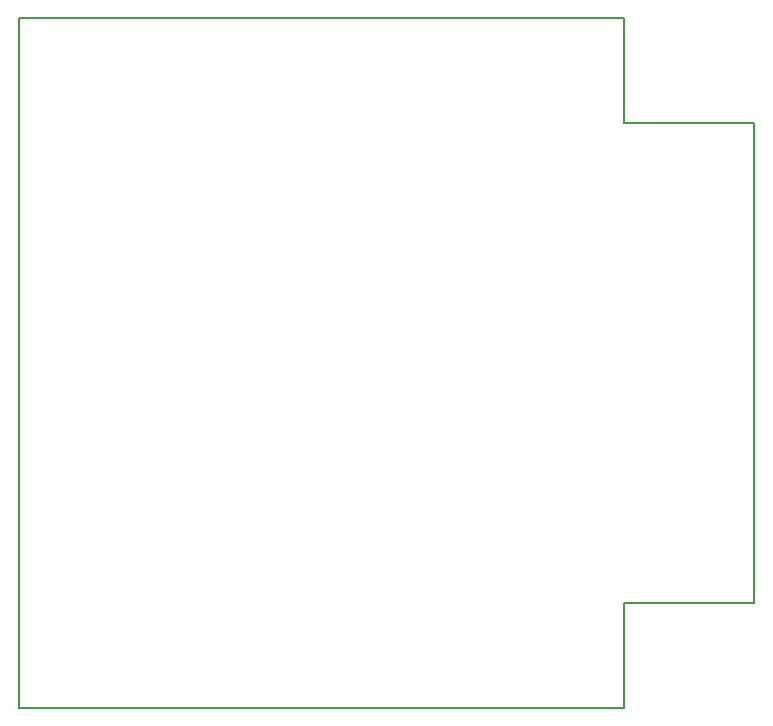
<source format=gko>
G04 #@! TF.FileFunction,Profile,NP*
%FSLAX46Y46*%
G04 Gerber Fmt 4.6, Leading zero omitted, Abs format (unit mm)*
G04 Created by KiCad (PCBNEW 4.0.2-4+6225~38~ubuntu14.04.1-stable) date Thu 05 Jan 2017 08:44:10 PM CET*
%MOMM*%
G01*
G04 APERTURE LIST*
%ADD10C,0.100000*%
%ADD11C,0.150000*%
G04 APERTURE END LIST*
D10*
D11*
X154940000Y-129540000D02*
X143912000Y-129540000D01*
X154940000Y-170180000D02*
X154940000Y-129540000D01*
X143912000Y-170180000D02*
X154940000Y-170180000D01*
X143912000Y-179070000D02*
X143912000Y-170180000D01*
X92710000Y-120650000D02*
X92710000Y-179070000D01*
X143912000Y-179070000D02*
X92710000Y-179070000D01*
X143912000Y-120650000D02*
X143912000Y-129540000D01*
X92710000Y-120650000D02*
X143912000Y-120650000D01*
M02*

</source>
